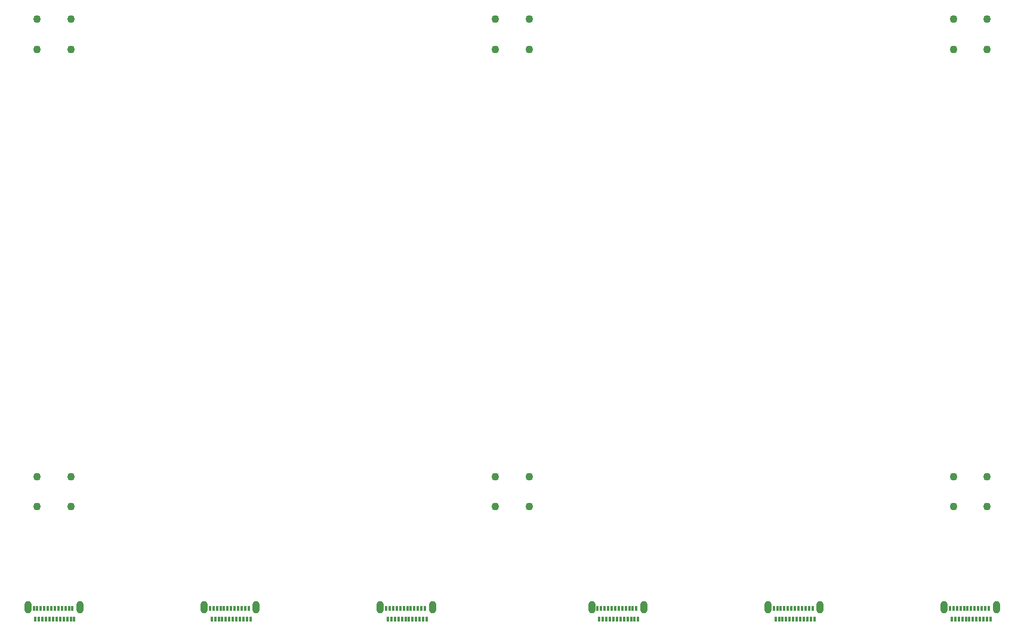
<source format=gbr>
%TF.GenerationSoftware,Altium Limited,Altium Designer,22.5.1 (42)*%
G04 Layer_Color=255*
%FSLAX26Y26*%
%MOIN*%
%TF.SameCoordinates,0DA79311-8CAD-460E-879A-7D23F4F2BAF0*%
%TF.FilePolarity,Positive*%
%TF.FileFunction,Pads,Bot*%
%TF.Part,Single*%
G01*
G75*
%TA.AperFunction,ComponentPad*%
%ADD16C,0.043307*%
%ADD17O,0.039370X0.070866*%
%TA.AperFunction,ConnectorPad*%
%ADD20R,0.011811X0.031496*%
D16*
X1480315Y4218504D02*
D03*
X1669291D02*
D03*
Y4049213D02*
D03*
X1480315D02*
D03*
X4039370D02*
D03*
X4228346D02*
D03*
Y4218504D02*
D03*
X4039370D02*
D03*
X1480315Y6608268D02*
D03*
X1669291D02*
D03*
Y6777559D02*
D03*
X1480315D02*
D03*
X4039370Y6608268D02*
D03*
X4228346D02*
D03*
Y6777559D02*
D03*
X4039370D02*
D03*
X6598425Y6608268D02*
D03*
X6787402D02*
D03*
Y6777559D02*
D03*
X6598425D02*
D03*
Y4049213D02*
D03*
X6787402D02*
D03*
Y4218504D02*
D03*
X6598425D02*
D03*
D17*
X1429134Y3488189D02*
D03*
X1720472D02*
D03*
X2413386D02*
D03*
X2704724D02*
D03*
X3397638D02*
D03*
X3688976D02*
D03*
X6547244D02*
D03*
X6838583D02*
D03*
X4578740D02*
D03*
X4870079D02*
D03*
X5562992D02*
D03*
X5854331D02*
D03*
D20*
X1461614Y3480315D02*
D03*
X1668307Y3421260D02*
D03*
X1648622D02*
D03*
X1628937D02*
D03*
X1609252D02*
D03*
X1589567D02*
D03*
X1569882D02*
D03*
X1550197D02*
D03*
X1530512D02*
D03*
X1510827D02*
D03*
X1491142D02*
D03*
X1471457D02*
D03*
X1678150Y3480315D02*
D03*
X1658465D02*
D03*
X1638780D02*
D03*
X1619094D02*
D03*
X1599409D02*
D03*
X1579724D02*
D03*
X1560039D02*
D03*
X1540354D02*
D03*
X1520669D02*
D03*
X1500984D02*
D03*
X1481299D02*
D03*
X1687992Y3421260D02*
D03*
X2445866Y3480315D02*
D03*
X2652559Y3421260D02*
D03*
X2632874D02*
D03*
X2613189D02*
D03*
X2593504D02*
D03*
X2573819D02*
D03*
X2554134D02*
D03*
X2534449D02*
D03*
X2514764D02*
D03*
X2495079D02*
D03*
X2475394D02*
D03*
X2455709D02*
D03*
X2662402Y3480315D02*
D03*
X2642717D02*
D03*
X2623032D02*
D03*
X2603347D02*
D03*
X2583662D02*
D03*
X2563976D02*
D03*
X2544291D02*
D03*
X2524606D02*
D03*
X2504921D02*
D03*
X2485236D02*
D03*
X2465551D02*
D03*
X2672244Y3421260D02*
D03*
X3430118Y3480315D02*
D03*
X3636811Y3421260D02*
D03*
X3617126D02*
D03*
X3597441D02*
D03*
X3577756D02*
D03*
X3558071D02*
D03*
X3538386D02*
D03*
X3518701D02*
D03*
X3499016D02*
D03*
X3479331D02*
D03*
X3459646D02*
D03*
X3439961D02*
D03*
X3646654Y3480315D02*
D03*
X3626969D02*
D03*
X3607284D02*
D03*
X3587599D02*
D03*
X3567914D02*
D03*
X3548228D02*
D03*
X3528543D02*
D03*
X3508858D02*
D03*
X3489173D02*
D03*
X3469488D02*
D03*
X3449803D02*
D03*
X3656496Y3421260D02*
D03*
X6579725Y3480315D02*
D03*
X6786417Y3421260D02*
D03*
X6766732D02*
D03*
X6747047D02*
D03*
X6727362D02*
D03*
X6707677D02*
D03*
X6687992D02*
D03*
X6668307D02*
D03*
X6648622D02*
D03*
X6628937D02*
D03*
X6609252D02*
D03*
X6589567D02*
D03*
X6796260Y3480315D02*
D03*
X6776575D02*
D03*
X6756890D02*
D03*
X6737205D02*
D03*
X6717520D02*
D03*
X6697835D02*
D03*
X6678150D02*
D03*
X6658465D02*
D03*
X6638780D02*
D03*
X6619095D02*
D03*
X6599409D02*
D03*
X6806102Y3421260D02*
D03*
X4611221Y3480315D02*
D03*
X4817913Y3421260D02*
D03*
X4798228D02*
D03*
X4778543D02*
D03*
X4758858D02*
D03*
X4739173D02*
D03*
X4719488D02*
D03*
X4699803D02*
D03*
X4680118D02*
D03*
X4660433D02*
D03*
X4640748D02*
D03*
X4621063D02*
D03*
X4827756Y3480315D02*
D03*
X4808071D02*
D03*
X4788386D02*
D03*
X4768701D02*
D03*
X4749016D02*
D03*
X4729331D02*
D03*
X4709646D02*
D03*
X4689961D02*
D03*
X4670276D02*
D03*
X4650591D02*
D03*
X4630905D02*
D03*
X4837598Y3421260D02*
D03*
X5595472Y3480315D02*
D03*
X5802165Y3421260D02*
D03*
X5782480D02*
D03*
X5762795D02*
D03*
X5743110D02*
D03*
X5723425D02*
D03*
X5703740D02*
D03*
X5684055D02*
D03*
X5664370D02*
D03*
X5644685D02*
D03*
X5625000D02*
D03*
X5605315D02*
D03*
X5812008Y3480315D02*
D03*
X5792323D02*
D03*
X5772638D02*
D03*
X5752953D02*
D03*
X5733268D02*
D03*
X5713583D02*
D03*
X5693898D02*
D03*
X5674213D02*
D03*
X5654528D02*
D03*
X5634843D02*
D03*
X5615158D02*
D03*
X5821850Y3421260D02*
D03*
%TF.MD5,fa74f2be08d9e63323c2b47cd6f31188*%
M02*

</source>
